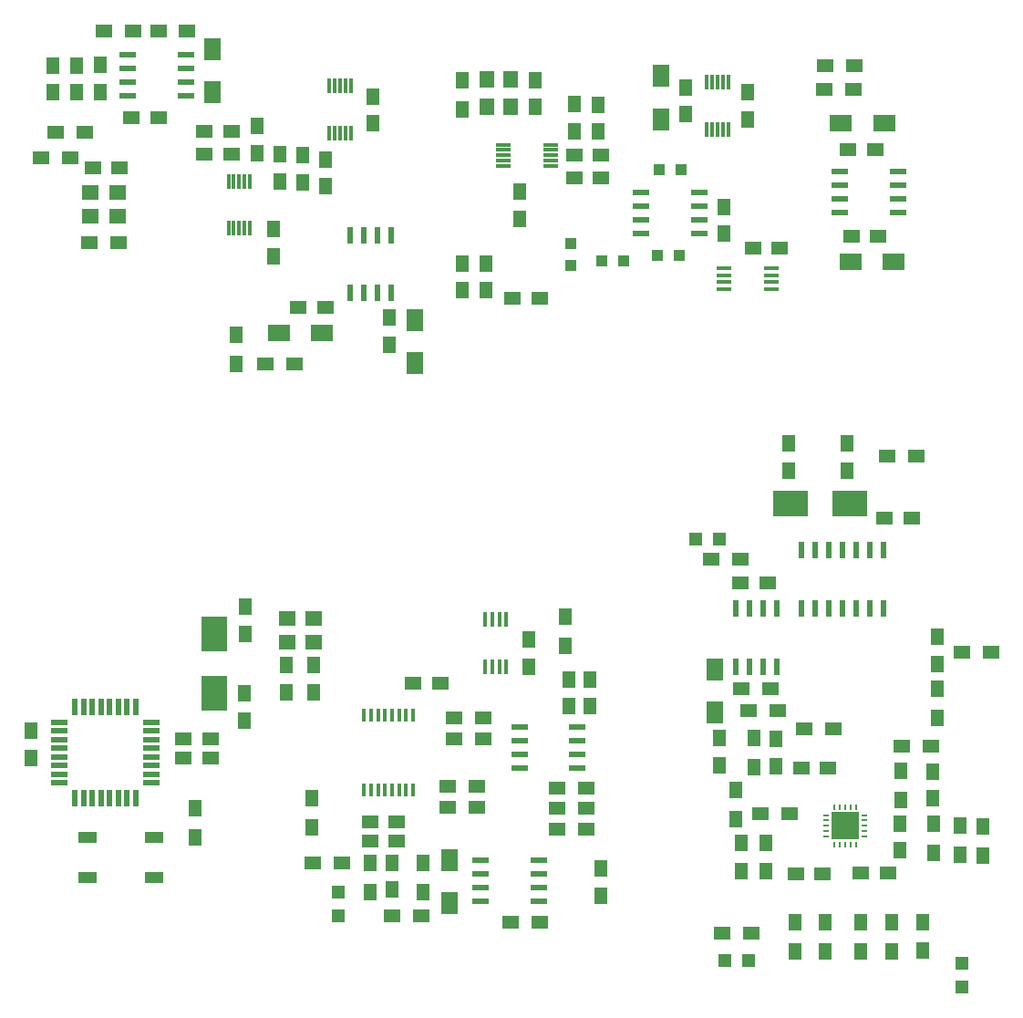
<source format=gbr>
G04 #@! TF.FileFunction,Paste,Top*
%FSLAX46Y46*%
G04 Gerber Fmt 4.6, Leading zero omitted, Abs format (unit mm)*
G04 Created by KiCad (PCBNEW 4.0.6) date 05/22/17 18:05:56*
%MOMM*%
%LPD*%
G01*
G04 APERTURE LIST*
%ADD10C,0.100000*%
%ADD11R,1.550000X0.600000*%
%ADD12R,1.250000X1.500000*%
%ADD13R,1.600000X1.400000*%
%ADD14R,1.400000X1.600000*%
%ADD15R,1.300000X1.500000*%
%ADD16R,1.500000X1.300000*%
%ADD17R,0.600000X1.550000*%
%ADD18R,1.450000X0.450000*%
%ADD19R,0.300000X1.400000*%
%ADD20R,1.400000X0.300000*%
%ADD21R,1.000000X1.000000*%
%ADD22R,1.500000X1.250000*%
%ADD23R,1.600000X2.000000*%
%ADD24R,2.000000X1.600000*%
%ADD25R,0.400000X1.200000*%
%ADD26R,1.800000X1.100000*%
%ADD27R,0.450000X1.450000*%
%ADD28R,2.400000X3.325000*%
%ADD29R,1.200000X1.200000*%
%ADD30R,1.600000X0.550000*%
%ADD31R,0.550000X1.600000*%
%ADD32R,0.600000X1.500000*%
%ADD33R,0.250000X0.500000*%
%ADD34R,0.500000X0.250000*%
%ADD35R,2.500000X2.500000*%
%ADD36R,3.325000X2.400000*%
G04 APERTURE END LIST*
D10*
D11*
X49150000Y-44195000D03*
X49150000Y-45465000D03*
X49150000Y-46735000D03*
X49150000Y-48005000D03*
X54550000Y-48005000D03*
X54550000Y-46735000D03*
X54550000Y-45465000D03*
X54550000Y-44195000D03*
D12*
X104540000Y-60850000D03*
X104540000Y-58350000D03*
D13*
X45684560Y-57053520D03*
X45684560Y-59253520D03*
X48184560Y-57053520D03*
X48184560Y-59253520D03*
D14*
X84660000Y-46530000D03*
X82460000Y-46530000D03*
X84660000Y-49030000D03*
X82460000Y-49030000D03*
D15*
X59190000Y-72960000D03*
X59190000Y-70260000D03*
D16*
X45130000Y-51450000D03*
X42430000Y-51450000D03*
X113820000Y-47440000D03*
X116520000Y-47440000D03*
X41070000Y-53810000D03*
X43770000Y-53810000D03*
X116600000Y-45250000D03*
X113900000Y-45250000D03*
X64620000Y-72940000D03*
X61920000Y-72940000D03*
D17*
X73575000Y-60960000D03*
X72305000Y-60960000D03*
X71035000Y-60960000D03*
X69765000Y-60960000D03*
X69765000Y-66360000D03*
X71035000Y-66360000D03*
X72305000Y-66360000D03*
X73575000Y-66360000D03*
D11*
X115280000Y-55035000D03*
X115280000Y-56305000D03*
X115280000Y-57575000D03*
X115280000Y-58845000D03*
X120680000Y-58845000D03*
X120680000Y-57575000D03*
X120680000Y-56305000D03*
X120680000Y-55035000D03*
D18*
X108870000Y-65975000D03*
X108870000Y-65325000D03*
X108870000Y-64675000D03*
X108870000Y-64025000D03*
X104470000Y-64025000D03*
X104470000Y-64675000D03*
X104470000Y-65325000D03*
X104470000Y-65975000D03*
D19*
X67880000Y-51470000D03*
X68380000Y-51470000D03*
X68880000Y-51470000D03*
X69380000Y-51470000D03*
X69880000Y-51470000D03*
X69880000Y-47070000D03*
X69380000Y-47070000D03*
X68880000Y-47070000D03*
X68380000Y-47070000D03*
X67880000Y-47070000D03*
X60492320Y-55953520D03*
X59992320Y-55953520D03*
X59492320Y-55953520D03*
X58992320Y-55953520D03*
X58492320Y-55953520D03*
X58492320Y-60353520D03*
X58992320Y-60353520D03*
X59492320Y-60353520D03*
X59992320Y-60353520D03*
X60492320Y-60353520D03*
X102930000Y-51160000D03*
X103430000Y-51160000D03*
X103930000Y-51160000D03*
X104430000Y-51160000D03*
X104930000Y-51160000D03*
X104930000Y-46760000D03*
X104430000Y-46760000D03*
X103930000Y-46760000D03*
X103430000Y-46760000D03*
X102930000Y-46760000D03*
D20*
X88440000Y-54570000D03*
X88440000Y-54070000D03*
X88440000Y-53570000D03*
X88440000Y-53070000D03*
X88440000Y-52570000D03*
X84040000Y-52570000D03*
X84040000Y-53070000D03*
X84040000Y-53570000D03*
X84040000Y-54070000D03*
X84040000Y-54570000D03*
D21*
X100490000Y-54890000D03*
X98490000Y-54890000D03*
X100360000Y-62850000D03*
X98360000Y-62850000D03*
X90260000Y-61750000D03*
X90260000Y-63750000D03*
D11*
X96820000Y-56995000D03*
X96820000Y-58265000D03*
X96820000Y-59535000D03*
X96820000Y-60805000D03*
X102220000Y-60805000D03*
X102220000Y-59535000D03*
X102220000Y-58265000D03*
X102220000Y-56995000D03*
D21*
X93200000Y-63360000D03*
X95200000Y-63360000D03*
D16*
X48312500Y-61673960D03*
X45612500Y-61673960D03*
D15*
X80200000Y-49320000D03*
X80200000Y-46620000D03*
D12*
X71900000Y-50580000D03*
X71900000Y-48080000D03*
D22*
X67490000Y-67710000D03*
X64990000Y-67710000D03*
X58770000Y-53460000D03*
X56270000Y-53460000D03*
D12*
X73410000Y-71150000D03*
X73410000Y-68650000D03*
X67510000Y-53940000D03*
X67510000Y-56440000D03*
X65400000Y-53550000D03*
X65400000Y-56050000D03*
X61170000Y-53360000D03*
X61170000Y-50860000D03*
X63270000Y-53460000D03*
X63270000Y-55960000D03*
X62670000Y-60410000D03*
X62670000Y-62910000D03*
X106740000Y-50240000D03*
X106740000Y-47740000D03*
D22*
X118820000Y-61060000D03*
X116320000Y-61060000D03*
X116030000Y-53000000D03*
X118530000Y-53000000D03*
D12*
X92790000Y-51350000D03*
X92790000Y-48850000D03*
X90630000Y-51340000D03*
X90630000Y-48840000D03*
X100940000Y-49740000D03*
X100940000Y-47240000D03*
D23*
X98670000Y-50210000D03*
X98670000Y-46210000D03*
D22*
X90610000Y-53530000D03*
X93110000Y-53530000D03*
X93110000Y-55650000D03*
X90610000Y-55650000D03*
X45887760Y-54719440D03*
X48387760Y-54719440D03*
D12*
X86990000Y-46580000D03*
X86990000Y-49080000D03*
X85580000Y-56960000D03*
X85580000Y-59460000D03*
D22*
X107180000Y-62160000D03*
X109680000Y-62160000D03*
D12*
X42160000Y-47720000D03*
X42160000Y-45220000D03*
X44350000Y-47720000D03*
X44350000Y-45220000D03*
X80240000Y-63600000D03*
X80240000Y-66100000D03*
X82410000Y-63610000D03*
X82410000Y-66110000D03*
D22*
X87380000Y-66830000D03*
X84880000Y-66830000D03*
D12*
X46570000Y-47700000D03*
X46570000Y-45200000D03*
D24*
X63180000Y-70080000D03*
X67180000Y-70080000D03*
D23*
X75810000Y-72870000D03*
X75810000Y-68870000D03*
D22*
X58770000Y-51310000D03*
X56270000Y-51310000D03*
D23*
X57020000Y-47720000D03*
X57020000Y-43720000D03*
D24*
X116280000Y-63420000D03*
X120280000Y-63420000D03*
X115380000Y-50570000D03*
X119380000Y-50570000D03*
D22*
X51980000Y-50050000D03*
X49480000Y-50050000D03*
D16*
X46910000Y-42020000D03*
X49610000Y-42020000D03*
X51970000Y-42040000D03*
X54670000Y-42040000D03*
D25*
X75639800Y-105555200D03*
X74989800Y-105555200D03*
X74339800Y-105555200D03*
X73689800Y-105555200D03*
X73039800Y-105555200D03*
X72389800Y-105555200D03*
X71739800Y-105555200D03*
X71089800Y-105555200D03*
X71089800Y-112455200D03*
X71739800Y-112455200D03*
X72389800Y-112455200D03*
X73039800Y-112455200D03*
X73689800Y-112455200D03*
X74339800Y-112455200D03*
X74989800Y-112455200D03*
X75639800Y-112455200D03*
D22*
X75645400Y-102540900D03*
X78145400Y-102540900D03*
D12*
X92059200Y-104705300D03*
X92059200Y-102205300D03*
X90116100Y-104705300D03*
X90116100Y-102205300D03*
X86356900Y-100996900D03*
X86356900Y-98496900D03*
X40167000Y-109505900D03*
X40167000Y-107005900D03*
D22*
X54296700Y-107735200D03*
X56796700Y-107735200D03*
X54296700Y-109513200D03*
X56796700Y-109513200D03*
D12*
X59972650Y-103494350D03*
X59972650Y-105994350D03*
X60023450Y-97980650D03*
X60023450Y-95480650D03*
X93100600Y-119782100D03*
X93100600Y-122282100D03*
X73644200Y-119236000D03*
X73644200Y-121736000D03*
X63903300Y-103371800D03*
X63903300Y-100871800D03*
D22*
X74132200Y-115406000D03*
X71632200Y-115406000D03*
D16*
X89045500Y-114174100D03*
X91745500Y-114174100D03*
X91707400Y-112281800D03*
X89007400Y-112281800D03*
X68987100Y-119228700D03*
X66287100Y-119228700D03*
D15*
X66202000Y-113268600D03*
X66202000Y-115968600D03*
D16*
X82169700Y-105741300D03*
X79469700Y-105741300D03*
X79469700Y-107735200D03*
X82169700Y-107735200D03*
X89032800Y-116079100D03*
X91732800Y-116079100D03*
X78834700Y-114085200D03*
X81534700Y-114085200D03*
X81522000Y-112129400D03*
X78822000Y-112129400D03*
D15*
X89735100Y-99103000D03*
X89735100Y-96403000D03*
X55356200Y-114183000D03*
X55356200Y-116883000D03*
D26*
X51598200Y-116870700D03*
X45398200Y-116870700D03*
X45398200Y-120570700D03*
X51598200Y-120570700D03*
D11*
X85498400Y-106643000D03*
X85498400Y-107913000D03*
X85498400Y-109183000D03*
X85498400Y-110453000D03*
X90898400Y-110453000D03*
X90898400Y-109183000D03*
X90898400Y-107913000D03*
X90898400Y-106643000D03*
D27*
X82352950Y-101000750D03*
X83002950Y-101000750D03*
X83652950Y-101000750D03*
X84302950Y-101000750D03*
X84302950Y-96600750D03*
X83652950Y-96600750D03*
X83002950Y-96600750D03*
X82352950Y-96600750D03*
D13*
X66410600Y-96551400D03*
X63910600Y-96551400D03*
X66410600Y-98751400D03*
X63910600Y-98751400D03*
D28*
X57140550Y-103480950D03*
X57140550Y-97955950D03*
D22*
X71644900Y-117234800D03*
X74144900Y-117234800D03*
D12*
X66392500Y-100897200D03*
X66392500Y-103397200D03*
D15*
X71650300Y-119237600D03*
X71650300Y-121937600D03*
D11*
X87329700Y-122797400D03*
X87329700Y-121527400D03*
X87329700Y-120257400D03*
X87329700Y-118987400D03*
X81929700Y-118987400D03*
X81929700Y-120257400D03*
X81929700Y-121527400D03*
X81929700Y-122797400D03*
D29*
X68653100Y-121938700D03*
X68653100Y-124138700D03*
D30*
X51313100Y-111805200D03*
X51313100Y-111005200D03*
X51313100Y-110205200D03*
X51313100Y-109405200D03*
X51313100Y-108605200D03*
X51313100Y-107805200D03*
X51313100Y-107005200D03*
X51313100Y-106205200D03*
D31*
X49863100Y-104755200D03*
X49063100Y-104755200D03*
X48263100Y-104755200D03*
X47463100Y-104755200D03*
X46663100Y-104755200D03*
X45863100Y-104755200D03*
X45063100Y-104755200D03*
X44263100Y-104755200D03*
D30*
X42813100Y-106205200D03*
X42813100Y-107005200D03*
X42813100Y-107805200D03*
X42813100Y-108605200D03*
X42813100Y-109405200D03*
X42813100Y-110205200D03*
X42813100Y-111005200D03*
X42813100Y-111805200D03*
D31*
X44263100Y-113255200D03*
X45063100Y-113255200D03*
X45863100Y-113255200D03*
X46663100Y-113255200D03*
X47463100Y-113255200D03*
X48263100Y-113255200D03*
X49063100Y-113255200D03*
X49863100Y-113255200D03*
D23*
X79054400Y-122994000D03*
X79054400Y-118994000D03*
D16*
X84689400Y-124702400D03*
X87389400Y-124702400D03*
X73653100Y-124130900D03*
X76353100Y-124130900D03*
D15*
X76527100Y-121937600D03*
X76527100Y-119237600D03*
D32*
X119298300Y-90210900D03*
X118028300Y-90210900D03*
X116758300Y-90210900D03*
X115488300Y-90210900D03*
X114218300Y-90210900D03*
X112948300Y-90210900D03*
X111678300Y-90210900D03*
X111678300Y-95610900D03*
X112948300Y-95610900D03*
X114218300Y-95610900D03*
X115488300Y-95610900D03*
X116758300Y-95610900D03*
X118028300Y-95610900D03*
X119298300Y-95610900D03*
D16*
X110615300Y-114627900D03*
X107915300Y-114627900D03*
D33*
X114751700Y-117548900D03*
X115251700Y-117548900D03*
X115751700Y-117548900D03*
X116251700Y-117548900D03*
X116751700Y-117548900D03*
D34*
X117501700Y-116798900D03*
D35*
X115751700Y-115798900D03*
D34*
X117501700Y-116298900D03*
X117501700Y-115798900D03*
X117501700Y-115298900D03*
X117501700Y-114798900D03*
D33*
X116751700Y-114048900D03*
X116251700Y-114048900D03*
X115751700Y-114048900D03*
X115251700Y-114048900D03*
X114751700Y-114048900D03*
D34*
X114001700Y-114798900D03*
X114001700Y-115298900D03*
X114001700Y-115798900D03*
X114001700Y-116298900D03*
X114001700Y-116798900D03*
D29*
X126569050Y-128583750D03*
X126569050Y-130783750D03*
D22*
X117210100Y-120190500D03*
X119710100Y-120190500D03*
D12*
X120847700Y-115587700D03*
X120847700Y-118087700D03*
X123921100Y-110761700D03*
X123921100Y-113261700D03*
D22*
X114172900Y-110436900D03*
X111672900Y-110436900D03*
D12*
X109316100Y-110264500D03*
X109316100Y-107764500D03*
X104109100Y-107662900D03*
X104109100Y-110162900D03*
D22*
X111164900Y-120292100D03*
X113664900Y-120292100D03*
D15*
X120060300Y-124758700D03*
X120060300Y-127458700D03*
X111068700Y-124733300D03*
X111068700Y-127433300D03*
X113862700Y-127458700D03*
X113862700Y-124758700D03*
X117215500Y-127433300D03*
X117215500Y-124733300D03*
X122955900Y-127407900D03*
X122955900Y-124707900D03*
X126410300Y-118467100D03*
X126410300Y-115767100D03*
X123997300Y-118340100D03*
X123997300Y-115640100D03*
X120898500Y-113412500D03*
X120898500Y-110712500D03*
D16*
X121047100Y-108379500D03*
X123747100Y-108379500D03*
D15*
X107284100Y-110313700D03*
X107284100Y-107613700D03*
X106115700Y-120041900D03*
X106115700Y-117341900D03*
X108376300Y-117341900D03*
X108376300Y-120041900D03*
X105607700Y-115165100D03*
X105607700Y-112465100D03*
X128582000Y-115830600D03*
X128582000Y-118530600D03*
D16*
X104340300Y-125768600D03*
X107040300Y-125768600D03*
D22*
X106060300Y-93228600D03*
X108560300Y-93228600D03*
D12*
X124327500Y-98277600D03*
X124327500Y-100777600D03*
X115970900Y-82819800D03*
X115970900Y-80319800D03*
X110497200Y-82819800D03*
X110497200Y-80319800D03*
D22*
X119445300Y-87272100D03*
X121945300Y-87272100D03*
D29*
X106810300Y-128278600D03*
X104610300Y-128278600D03*
X101850300Y-89158600D03*
X104050300Y-89158600D03*
D16*
X114666600Y-106753900D03*
X111966600Y-106753900D03*
D15*
X124289400Y-103067100D03*
X124289400Y-105767100D03*
D16*
X126571600Y-99641900D03*
X129271600Y-99641900D03*
X106043300Y-91082100D03*
X103343300Y-91082100D03*
X119700900Y-81442800D03*
X122400900Y-81442800D03*
D36*
X116193400Y-85875100D03*
X110668400Y-85875100D03*
D17*
X109375300Y-95618600D03*
X108105300Y-95618600D03*
X106835300Y-95618600D03*
X105565300Y-95618600D03*
X105565300Y-101018600D03*
X106835300Y-101018600D03*
X108105300Y-101018600D03*
X109375300Y-101018600D03*
D16*
X106100300Y-103108600D03*
X108800300Y-103108600D03*
X106820300Y-105068600D03*
X109520300Y-105068600D03*
D23*
X103630300Y-101258600D03*
X103630300Y-105258600D03*
M02*

</source>
